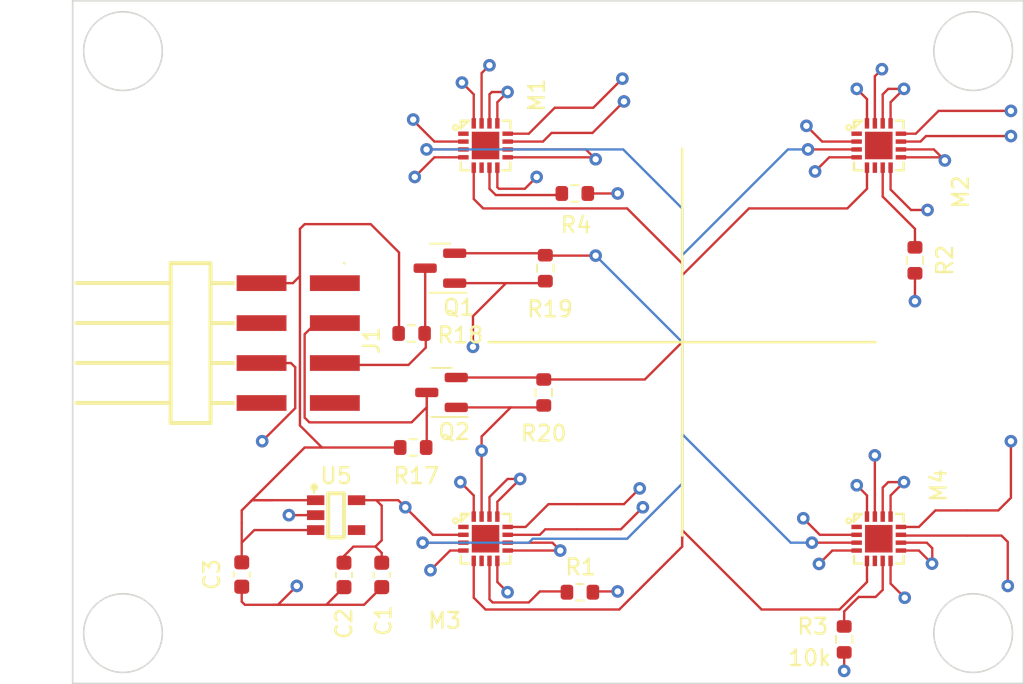
<source format=kicad_pcb>
(kicad_pcb (version 20221018) (generator pcbnew)
  (layers (0 "F.Cu" signal) (1 "In1.Cu" power "GND") (2 "In2.Cu" power "3V") (31 "B.Cu" signal) (34 "B.Paste" user) (35 "F.Paste" user) (36 "B.SilkS" user "B.Silkscreen") (37 "F.SilkS" user "F.Silkscreen") (38 "B.Mask" user) (39 "F.Mask" user) (44 "Edge.Cuts" user))
  (net 0 "")
  (net 1 "+3.3V")
  (net 2 "GND")
  (net 3 "VCC")
  (net 4 "SCL")
  (net 5 "SDA")
  (net 6 "SCL_3V")
  (net 7 "SDA_3V")
  (net 21 "Net-(M1-INT{slash}TRG)")
  (net 23 "Net-(M2-INT{slash}TRG)")
  (net 25 "Net-(M3-INT{slash}TRG)")
  (net 27 "Net-(M4-INT{slash}TRG)")
  (footprint "Resistor_SMD:R_0603_1608Metric" (layer "F.Cu") (at 172.8 131.4 90)
    (fp_text reference "R3" (at 0.825 -2) (layer "F.SilkS") (effects (font (thickness 0.155))))
    (fp_text value "10k" (at -1.175 -2.2) (layer "F.SilkS") (effects (font (thickness 0.155))))
    (pad "1" smd roundrect (at -0.825 0 90) (size 0.8 0.95) (layers "F.Cu" "F.Paste" "F.Mask") (net 2 "GND"))
    (pad "2" smd roundrect (at 0.825 0 90) (size 0.8 0.95) (layers "F.Cu" "F.Paste" "F.Mask") (net 27 "Net-(M4-INT{slash}TRG)"))
  )
  (footprint "Resistor_SMD:R_0603_1608Metric" (layer "F.Cu") (at 153.7 115.7 90)
    (fp_text reference "R20" (at -2.6 0 180) (layer "F.SilkS") (effects (font (thickness 0.155))))
    (fp_text value "10k" hide)
    (pad "1" smd roundrect (at -0.825 0 90) (size 0.8 0.95) (layers "F.Cu" "F.Paste" "F.Mask") (net 1 "+3.3V"))
    (pad "2" smd roundrect (at 0.825 0 90) (size 0.8 0.95) (layers "F.Cu" "F.Paste" "F.Mask") (net 7 "SDA_3V"))
  )
  (footprint "JLCPCB:SOT-25-5_L2.9-W1.6-P0.95-LS2.8-BL" (layer "F.Cu") (at 140.5 123.5 -90)
    (fp_text reference "U5" (at -2.5 0 180) (layer "F.SilkS") (effects (font (thickness 0.155))))
    (fp_text value "AP2112K-3.3")
    (pad "1" smd rect (at -0.949733 1.299975 270) (size 0.622301 1.104902) (layers "F.Cu" "F.Paste" "F.Mask") (net 3 "VCC"))
    (pad "2" smd rect (at -0.000533 1.299975 270) (size 0.622301 1.104902) (layers "F.Cu" "F.Paste" "F.Mask") (net 2 "GND"))
    (pad "3" smd rect (at 0.949682 1.299975 270) (size 0.622301 1.104902) (layers "F.Cu" "F.Paste" "F.Mask") (net 3 "VCC"))
    (pad "4" smd rect (at 0.949682 -1.299975 270) (size 0.622301 1.104902) (layers "F.Cu" "F.Paste" "F.Mask"))
    (pad "5" smd rect (at -0.949733 -1.299975 270) (size 0.622301 1.104902) (layers "F.Cu" "F.Paste" "F.Mask") (net 1 "+3.3V"))
  )
  (footprint "JLCPCB:HDR-SMD_8P-P2.54-H-M-R2-C4_2" (layer "F.Cu") (at 138.09 112.56 -90)
    (fp_text reference "J1" (at -0.16 -4.66 -90) (layer "F.SilkS") (effects (font (thickness 0.155))))
    (fp_text value "Conn_02x04_Odd_Even")
    (pad "1" smd rect (at -3.810008 -2.329845 270) (size 1 3.170003) (layers "F.Cu" "F.Paste" "F.Mask"))
    (pad "2" smd rect (at -3.810008 2.330048 270) (size 1 3.170003) (layers "F.Cu" "F.Paste" "F.Mask") (net 3 "VCC"))
    (pad "3" smd rect (at -1.270003 -2.329845 270) (size 1 3.170003) (layers "F.Cu" "F.Paste" "F.Mask") (net 5 "SDA"))
    (pad "4" smd rect (at -1.270003 2.330048 270) (size 1 3.170003) (layers "F.Cu" "F.Paste" "F.Mask"))
    (pad "5" smd rect (at 1.270003 -2.329845 270) (size 1 3.170003) (layers "F.Cu" "F.Paste" "F.Mask") (net 4 "SCL"))
    (pad "6" smd rect (at 1.270003 2.330048 270) (size 1 3.170003) (layers "F.Cu" "F.Paste" "F.Mask") (net 2 "GND"))
    (pad "7" smd rect (at 3.810008 -2.329845 270) (size 1 3.170003) (layers "F.Cu" "F.Paste" "F.Mask"))
    (pad "8" smd rect (at 3.810008 2.330048 270) (size 1 3.170003) (layers "F.Cu" "F.Paste" "F.Mask"))
  )
  (footprint "Package_TO_SOT_SMD:SOT-23" (layer "F.Cu") (at 147.2 115.7 180)
    (fp_text reference "Q2" (at -0.8 -2.5) (layer "F.SilkS") (effects (font (thickness 0.155))))
    (fp_text value "BSS138" hide)
    (pad "1" smd roundrect (at -0.9375 -0.95 180) (size 1.475 0.6) (layers "F.Cu" "F.Paste" "F.Mask") (net 1 "+3.3V"))
    (pad "2" smd roundrect (at -0.9375 0.95 180) (size 1.475 0.6) (layers "F.Cu" "F.Paste" "F.Mask") (net 7 "SDA_3V"))
    (pad "3" smd roundrect (at 0.9375 0 180) (size 1.475 0.6) (layers "F.Cu" "F.Paste" "F.Mask") (net 5 "SDA"))
  )
  (footprint "Capacitor_SMD:C_0603_1608Metric" (layer "F.Cu") (at 134.5 127.275 -90)
    (fp_text reference "C3" (at 0 1.9 90) (layer "F.SilkS") (effects (font (thickness 0.155))))
    (fp_text value "10uF" hide)
    (pad "1" smd roundrect (at -0.775 0 270) (size 0.9 0.95) (layers "F.Cu" "F.Paste" "F.Mask") (net 3 "VCC"))
    (pad "2" smd roundrect (at 0.775 0 270) (size 0.9 0.95) (layers "F.Cu" "F.Paste" "F.Mask") (net 2 "GND"))
  )
  (footprint "JLCPCB:QFN-16_L3.0-W3.0-P0.50-BL-EP1.7" (layer "F.Cu") (at 150 100 -90)
    (fp_text reference "M1" (at -3.2 -3.25 90) (layer "F.SilkS") (effects (font (thickness 0.155))))
    (fp_text value "~")
    (pad "1" smd rect locked (at -0.750064 1.407417 270) (size 0.28001 0.664999) (layers "F.Cu" "F.Paste" "F.Mask"))
    (pad "2" smd rect locked (at -0.249936 1.407417 270) (size 0.28001 0.664999) (layers "F.Cu" "F.Paste" "F.Mask") (net 1 "+3.3V"))
    (pad "3" smd rect locked (at 0.249936 1.407417 270) (size 0.28001 0.664999) (layers "F.Cu" "F.Paste" "F.Mask") (net 6 "SCL_3V"))
    (pad "4" smd rect locked (at 0.750064 1.407417 270) (size 0.28001 0.664999) (layers "F.Cu" "F.Paste" "F.Mask") (net 2 "GND"))
    (pad "5" smd rect locked (at 1.407417 0.750064 270) (size 0.664999 0.28001) (layers "F.Cu" "F.Paste" "F.Mask") (net 7 "SDA_3V"))
    (pad "6" smd rect locked (at 1.407417 0.249936 270) (size 0.664999 0.28001) (layers "F.Cu" "F.Paste" "F.Mask"))
    (pad "7" smd rect locked (at 1.407417 -0.249936 270) (size 0.664999 0.28001) (layers "F.Cu" "F.Paste" "F.Mask") (net 21 "Net-(M1-INT{slash}TRG)"))
    (pad "8" smd rect locked (at 1.407417 -0.750064 270) (size 0.664999 0.28001) (layers "F.Cu" "F.Paste" "F.Mask") (net 1 "+3.3V"))
    (pad "9" smd rect locked (at 0.750064 -1.407417 270) (size 0.28001 0.664999) (layers "F.Cu" "F.Paste" "F.Mask") (net 2 "GND"))
    (pad "10" smd rect locked (at 0.249936 -1.407417 270) (size 0.28001 0.664999) (layers "F.Cu" "F.Paste" "F.Mask") (net 2 "GND"))
    (pad "11" smd rect locked (at -0.249936 -1.407417 270) (size 0.28001 0.664999) (layers "F.Cu" "F.Paste" "F.Mask") (net 2 "GND"))
    (pad "12" smd rect locked (at -0.750064 -1.407417 270) (size 0.28001 0.664999) (layers "F.Cu" "F.Paste" "F.Mask") (net 2 "GND"))
    (pad "13" smd rect locked (at -1.407417 -0.750064 270) (size 0.664999 0.28001) (layers "F.Cu" "F.Paste" "F.Mask") (net 2 "GND"))
    (pad "14" smd rect locked (at -1.407417 -0.249936 270) (size 0.664999 0.28001) (layers "F.Cu" "F.Paste" "F.Mask") (net 2 "GND"))
    (pad "15" smd rect locked (at -1.407417 0.249936 270) (size 0.664999 0.28001) (layers "F.Cu" "F.Paste" "F.Mask") (net 1 "+3.3V"))
    (pad "16" smd rect locked (at -1.407417 0.750064 270) (size 0.664999 0.28001) (layers "F.Cu" "F.Paste" "F.Mask") (net 2 "GND"))
    (pad "17" smd rect locked (at 0 0 270) (size 1.750013 1.750013) (layers "F.Cu" "F.Paste" "F.Mask"))
  )
  (footprint "JLCPCB:QFN-16_L3.0-W3.0-P0.50-BL-EP1.7" (layer "F.Cu") (at 175 100 -90)
    (fp_text reference "M2" (at 2.95 -5.2 90) (layer "F.SilkS") (effects (font (thickness 0.155))))
    (fp_text value "~")
    (pad "1" smd rect locked (at -0.750064 1.407417 270) (size 0.28001 0.664999) (layers "F.Cu" "F.Paste" "F.Mask"))
    (pad "2" smd rect locked (at -0.249936 1.407417 270) (size 0.28001 0.664999) (layers "F.Cu" "F.Paste" "F.Mask") (net 1 "+3.3V"))
    (pad "3" smd rect locked (at 0.249936 1.407417 270) (size 0.28001 0.664999) (layers "F.Cu" "F.Paste" "F.Mask") (net 6 "SCL_3V"))
    (pad "4" smd rect locked (at 0.750064 1.407417 270) (size 0.28001 0.664999) (layers "F.Cu" "F.Paste" "F.Mask") (net 2 "GND"))
    (pad "5" smd rect locked (at 1.407417 0.750064 270) (size 0.664999 0.28001) (layers "F.Cu" "F.Paste" "F.Mask") (net 7 "SDA_3V"))
    (pad "6" smd rect locked (at 1.407417 0.249936 270) (size 0.664999 0.28001) (layers "F.Cu" "F.Paste" "F.Mask"))
    (pad "7" smd rect locked (at 1.407417 -0.249936 270) (size 0.664999 0.28001) (layers "F.Cu" "F.Paste" "F.Mask") (net 23 "Net-(M2-INT{slash}TRG)"))
    (pad "8" smd rect locked (at 1.407417 -0.750064 270) (size 0.664999 0.28001) (layers "F.Cu" "F.Paste" "F.Mask") (net 1 "+3.3V"))
    (pad "9" smd rect locked (at 0.750064 -1.407417 270) (size 0.28001 0.664999) (layers "F.Cu" "F.Paste" "F.Mask") (net 2 "GND"))
    (pad "10" smd rect locked (at 0.249936 -1.407417 270) (size 0.28001 0.664999) (layers "F.Cu" "F.Paste" "F.Mask") (net 2 "GND"))
    (pad "11" smd rect locked (at -0.249936 -1.407417 270) (size 0.28001 0.664999) (layers "F.Cu" "F.Paste" "F.Mask") (net 2 "GND"))
    (pad "12" smd rect locked (at -0.750064 -1.407417 270) (size 0.28001 0.664999) (layers "F.Cu" "F.Paste" "F.Mask") (net 1 "+3.3V"))
    (pad "13" smd rect locked (at -1.407417 -0.750064 270) (size 0.664999 0.28001) (layers "F.Cu" "F.Paste" "F.Mask") (net 2 "GND"))
    (pad "14" smd rect locked (at -1.407417 -0.249936 270) (size 0.664999 0.28001) (layers "F.Cu" "F.Paste" "F.Mask") (net 2 "GND"))
    (pad "15" smd rect locked (at -1.407417 0.249936 270) (size 0.664999 0.28001) (layers "F.Cu" "F.Paste" "F.Mask") (net 1 "+3.3V"))
    (pad "16" smd rect locked (at -1.407417 0.750064 270) (size 0.664999 0.28001) (layers "F.Cu" "F.Paste" "F.Mask") (net 2 "GND"))
    (pad "17" smd rect locked (at 0 0 270) (size 1.750013 1.750013) (layers "F.Cu" "F.Paste" "F.Mask"))
  )
  (footprint "Resistor_SMD:R_0603_1608Metric" (layer "F.Cu") (at 153.8 107.8 90)
    (fp_text reference "R19" (at -2.6 0.3 180) (layer "F.SilkS") (effects (font (thickness 0.155))))
    (fp_text value "10k" hide)
    (pad "1" smd roundrect (at -0.825 0 90) (size 0.8 0.95) (layers "F.Cu" "F.Paste" "F.Mask") (net 1 "+3.3V"))
    (pad "2" smd roundrect (at 0.825 0 90) (size 0.8 0.95) (layers "F.Cu" "F.Paste" "F.Mask") (net 6 "SCL_3V"))
  )
  (footprint "Resistor_SMD:R_0603_1608Metric" (layer "F.Cu") (at 156 128.4 180)
    (fp_text reference "R1" (at -0.05 1.6) (layer "F.SilkS") (effects (font (thickness 0.155))))
    (fp_text value "10k" hide)
    (pad "1" smd roundrect (at -0.825 0 180) (size 0.8 0.95) (layers "F.Cu" "F.Paste" "F.Mask") (net 2 "GND"))
    (pad "2" smd roundrect (at 0.825 0 180) (size 0.8 0.95) (layers "F.Cu" "F.Paste" "F.Mask") (net 25 "Net-(M3-INT{slash}TRG)"))
  )
  (footprint "Resistor_SMD:R_0603_1608Metric" (layer "F.Cu") (at 155.675 103.05 180)
    (fp_text reference "R4" (at -0.075 -2) (layer "F.SilkS") (effects (font (thickness 0.155))))
    (fp_text value "10k" hide)
    (pad "1" smd roundrect (at -0.825 0 180) (size 0.8 0.95) (layers "F.Cu" "F.Paste" "F.Mask") (net 2 "GND"))
    (pad "2" smd roundrect (at 0.825 0 180) (size 0.8 0.95) (layers "F.Cu" "F.Paste" "F.Mask") (net 21 "Net-(M1-INT{slash}TRG)"))
  )
  (footprint "Package_TO_SOT_SMD:SOT-23" (layer "F.Cu") (at 147.1 107.8 180)
    (fp_text reference "Q1" (at -1.2 -2.5) (layer "F.SilkS") (effects (font (thickness 0.155))))
    (fp_text value "BSS138" hide)
    (pad "1" smd roundrect (at -0.9375 -0.95 180) (size 1.475 0.6) (layers "F.Cu" "F.Paste" "F.Mask") (net 1 "+3.3V"))
    (pad "2" smd roundrect (at -0.9375 0.95 180) (size 1.475 0.6) (layers "F.Cu" "F.Paste" "F.Mask") (net 6 "SCL_3V"))
    (pad "3" smd roundrect (at 0.9375 0 180) (size 1.475 0.6) (layers "F.Cu" "F.Paste" "F.Mask") (net 4 "SCL"))
  )
  (footprint "JLCPCB:QFN-16_L3.0-W3.0-P0.50-BL-EP1.7" (layer "F.Cu") (at 175 125 -90)
    (fp_text reference "M4" (at -3.4 -3.8 90) (layer "F.SilkS") (effects (font (thickness 0.155))))
    (fp_text value "~")
    (pad "1" smd rect locked (at -0.750064 1.407417 270) (size 0.28001 0.664999) (layers "F.Cu" "F.Paste" "F.Mask"))
    (pad "2" smd rect locked (at -0.249936 1.407417 270) (size 0.28001 0.664999) (layers "F.Cu" "F.Paste" "F.Mask") (net 1 "+3.3V"))
    (pad "3" smd rect locked (at 0.249936 1.407417 270) (size 0.28001 0.664999) (layers "F.Cu" "F.Paste" "F.Mask") (net 6 "SCL_3V"))
    (pad "4" smd rect locked (at 0.750064 1.407417 270) (size 0.28001 0.664999) (layers "F.Cu" "F.Paste" "F.Mask") (net 2 "GND"))
    (pad "5" smd rect locked (at 1.407417 0.750064 270) (size 0.664999 0.28001) (layers "F.Cu" "F.Paste" "F.Mask") (net 7 "SDA_3V"))
    (pad "6" smd rect locked (at 1.407417 0.249936 270) (size 0.664999 0.28001) (layers "F.Cu" "F.Paste" "F.Mask"))
    (pad "7" smd rect locked (at 1.407417 -0.249936 270) (size 0.664999 0.28001) (layers "F.Cu" "F.Paste" "F.Mask") (net 27 "Net-(M4-INT{slash}TRG)"))
    (pad "8" smd rect locked (at 1.407417 -0.750064 270) (size 0.664999 0.28001) (layers "F.Cu" "F.Paste" "F.Mask") (net 1 "+3.3V"))
    (pad "9" smd rect locked (at 0.750064 -1.407417 270) (size 0.28001 0.664999) (layers "F.Cu" "F.Paste" "F.Mask") (net 2 "GND"))
    (pad "10" smd rect locked (at 0.249936 -1.407417 270) (size 0.28001 0.664999) (layers "F.Cu" "F.Paste" "F.Mask") (net 2 "GND"))
    (pad "11" smd rect locked (at -0.249936 -1.407417 270) (size 0.28001 0.664999) (layers "F.Cu" "F.Paste" "F.Mask") (net 1 "+3.3V"))
    (pad "12" smd rect locked (at -0.750064 -1.407417 270) (size 0.28001 0.664999) (layers "F.Cu" "F.Paste" "F.Mask") (net 1 "+3.3V"))
    (pad "13" smd rect locked (at -1.407417 -0.750064 270) (size 0.664999 0.28001) (layers "F.Cu" "F.Paste" "F.Mask") (net 2 "GND"))
    (pad "14" smd rect locked (at -1.407417 -0.249936 270) (size 0.664999 0.28001) (layers "F.Cu" "F.Paste" "F.Mask") (net 2 "GND"))
    (pad "15" smd rect locked (at -1.407417 0.249936 270) (size 0.664999 0.28001) (layers "F.Cu" "F.Paste" "F.Mask") (net 1 "+3.3V"))
    (pad "16" smd rect locked (at -1.407417 0.750064 270) (size 0.664999 0.28001) (layers "F.Cu" "F.Paste" "F.Mask") (net 2 "GND"))
    (pad "17" smd rect locked (at 0 0 270) (size 1.750013 1.750013) (layers "F.Cu" "F.Paste" "F.Mask"))
  )
  (footprint "Resistor_SMD:R_0603_1608Metric" (layer "F.Cu") (at 145.3 111.95)
    (fp_text reference "R18" (at 3.1 0.1) (layer "F.SilkS") (effects (font (thickness 0.155))))
    (fp_text value "10k" hide)
    (pad "1" smd roundrect (at -0.825 0) (size 0.8 0.95) (layers "F.Cu" "F.Paste" "F.Mask") (net 3 "VCC"))
    (pad "2" smd roundrect (at 0.825 0) (size 0.8 0.95) (layers "F.Cu" "F.Paste" "F.Mask") (net 4 "SCL"))
  )
  (footprint "Capacitor_SMD:C_0603_1608Metric" (layer "F.Cu") (at 143.4 127.3 -90)
    (fp_text reference "C1" (at 2.9 -0.1 90) (layer "F.SilkS") (effects (font (thickness 0.155))))
    (fp_text value "10uF" hide)
    (pad "1" smd roundrect (at -0.775 0 270) (size 0.9 0.95) (layers "F.Cu" "F.Paste" "F.Mask") (net 1 "+3.3V"))
    (pad "2" smd roundrect (at 0.775 0 270) (size 0.9 0.95) (layers "F.Cu" "F.Paste" "F.Mask") (net 2 "GND"))
  )
  (footprint "Capacitor_SMD:C_0603_1608Metric" (layer "F.Cu") (at 141 127.3 -90)
    (fp_text reference "C2" (at 3.1 0 90) (layer "F.SilkS") (effects (font (thickness 0.155))))
    (fp_text value "0.1uF" hide)
    (pad "1" smd roundrect (at -0.775 0 270) (size 0.9 0.95) (layers "F.Cu" "F.Paste" "F.Mask") (net 1 "+3.3V"))
    (pad "2" smd roundrect (at 0.775 0 270) (size 0.9 0.95) (layers "F.Cu" "F.Paste" "F.Mask") (net 2 "GND"))
  )
  (footprint "Resistor_SMD:R_0603_1608Metric" (layer "F.Cu") (at 145.4 119.2)
    (fp_text reference "R17" (at 0.2 1.8) (layer "F.SilkS") (effects (font (thickness 0.155))))
    (fp_text value "10k" hide)
    (pad "1" smd roundrect (at -0.825 0) (size 0.8 0.95) (layers "F.Cu" "F.Paste" "F.Mask") (net 3 "VCC"))
    (pad "2" smd roundrect (at 0.825 0) (size 0.8 0.95) (layers "F.Cu" "F.Paste" "F.Mask") (net 5 "SDA"))
  )
  (footprint "Resistor_SMD:R_0603_1608Metric" (layer "F.Cu") (at 177.3 107.3 90)
    (fp_text reference "R2" (at 0 1.9 90) (layer "F.SilkS") (effects (font (thickness 0.155))))
    (fp_text value "10k" hide)
    (pad "1" smd roundrect (at -0.825 0 90) (size 0.8 0.95) (layers "F.Cu" "F.Paste" "F.Mask") (net 2 "GND"))
    (pad "2" smd roundrect (at 0.825 0 90) (size 0.8 0.95) (layers "F.Cu" "F.Paste" "F.Mask") (net 23 "Net-(M2-INT{slash}TRG)"))
  )
  (footprint "JLCPCB:QFN-16_L3.0-W3.0-P0.50-BL-EP1.7" (layer "F.Cu") (at 150 125 -90)
    (fp_text reference "M3" (at 5.2 2.6 180) (layer "F.SilkS") (effects (font (thickness 0.155))))
    (fp_text value "~")
    (pad "1" smd rect locked (at -0.750064 1.407417 270) (size 0.28001 0.664999) (layers "F.Cu" "F.Paste" "F.Mask"))
    (pad "2" smd rect locked (at -0.249936 1.407417 270) (size 0.28001 0.664999) (layers "F.Cu" "F.Paste" "F.Mask") (net 1 "+3.3V"))
    (pad "3" smd rect locked (at 0.249936 1.407417 270) (size 0.28001 0.664999) (layers "F.Cu" "F.Paste" "F.Mask") (net 6 "SCL_3V"))
    (pad "4" smd rect locked (at 0.750064 1.407417 270) (size 0.28001 0.664999) (layers "F.Cu" "F.Paste" "F.Mask") (net 2 "GND"))
    (pad "5" smd rect locked (at 1.407417 0.750064 270) (size 0.664999 0.28001) (layers "F.Cu" "F.Paste" "F.Mask") (net 7 "SDA_3V"))
    (pad "6" smd rect locked (at 1.407417 0.249936 270) (size 0.664999 0.28001) (layers "F.Cu" "F.Paste" "F.Mask"))
    (pad "7" smd rect locked (at 1.407417 -0.249936 270) (size 0.664999 0.28001) (layers "F.Cu" "F.Paste" "F.Mask") (net 25 "Net-(M3-INT{slash}TRG)"))
    (pad "8" smd rect locked (at 1.407417 -0.750064 270) (size 0.664999 0.28001) (layers "F.Cu" "F.Paste" "F.Mask") (net 1 "+3.3V"))
    (pad "9" smd rect locked (at 0.750064 -1.407417 270) (size 0.28001 0.664999) (layers "F.Cu" "F.Paste" "F.Mask") (net 2 "GND"))
    (pad "10" smd rect locked (at 0.249936 -1.407417 270) (size 0.28001 0.664999) (layers "F.Cu" "F.Paste" "F.Mask") (net 2 "GND"))
    (pad "11" smd rect locked (at -0.249936 -1.407417 270) (size 0.28001 0.664999) (layers "F.Cu" "F.Paste" "F.Mask") (net 1 "+3.3V"))
    (pad "12" smd rect locked (at -0.750064 -1.407417 270) (size 0.28001 0.664999) (layers "F.Cu" "F.Paste" "F.Mask") (net 2 "GND"))
    (pad "13" smd rect locked (at -1.407417 -0.750064 270) (size 0.664999 0.28001) (layers "F.Cu" "F.Paste" "F.Mask") (net 2 "GND"))
    (pad "14" smd rect locked (at -1.407417 -0.249936 270) (size 0.664999 0.28001) (layers "F.Cu" "F.Paste" "F.Mask") (net 2 "GND"))
    (pad "15" smd rect locked (at -1.407417 0.249936 270) (size 0.664999 0.28001) (layers "F.Cu" "F.Paste" "F.Mask") (net 1 "+3.3V"))
    (pad "16" smd rect locked (at -1.407417 0.750064 270) (size 0.664999 0.28001) (layers "F.Cu" "F.Paste" "F.Mask") (net 2 "GND"))
    (pad "17" smd rect locked (at 0 0 270) (size 1.750013 1.750013) (layers "F.Cu" "F.Paste" "F.Mask"))
  )
  (gr_line (start 150.2 112.5) (end 174.8 112.5) (stroke (width 0.153)) (layer "F.SilkS"))
  (gr_line (start 162.5 100.2) (end 162.5 124.8) (stroke (width 0.153)) (layer "F.SilkS"))
  (gr_rect (start 123.75 90.8) (end 184.2 134.2) (stroke (width 0.1)) (fill none) (layer "Edge.Cuts"))
  (gr_circle (center 126.95 94) (end 129.45 94) (stroke (width 0.1)) (fill none) (layer "Edge.Cuts"))
  (gr_circle (center 181 131) (end 183.5 131) (stroke (width 0.1)) (fill none) (layer "Edge.Cuts"))
  (gr_circle (center 126.95 131) (end 129.45 131) (stroke (width 0.1)) (fill none) (layer "Edge.Cuts"))
  (gr_circle (center 181 94) (end 183.5 94) (stroke (width 0.1)) (fill none) (layer "Edge.Cuts"))
  (segment (start 143.05 122.55) (end 144.45 122.55) (width 0.15) (layer "F.Cu") (net 1))
  (segment (start 176.435 99.25) (end 177.35 99.25) (width 0.15) (layer "F.Cu") (net 1))
  (segment (start 150.75 102.65) (end 150.85 102.75) (width 0.15) (layer "F.Cu") (net 1))
  (segment (start 175.75 102.8) (end 177.05 104.1) (width 0.15) (layer "F.Cu") (net 1))
  (segment (start 150.75 127.75) (end 151.4 128.4) (width 0.15) (layer "F.Cu") (net 1))
  (segment (start 141.6375 122.55) (end 143.05 122.55) (width 0.15) (layer "F.Cu") (net 1))
  (segment (start 153.45 124.75) (end 153.8 124.4) (width 0.15) (layer "F.Cu") (net 1))
  (segment (start 173.565 124.75) (end 171.25 124.75) (width 0.15) (layer "F.Cu") (net 1))
  (segment (start 150.75 126.435) (end 150.75 127.75) (width 0.15) (layer "F.Cu") (net 1))
  (segment (start 148.565 124.75) (end 146.65 124.75) (width 0.15) (layer "F.Cu") (net 1))
  (segment (start 141.6 125.5) (end 141 126.1) (width 0.15) (layer "F.Cu") (net 1))
  (segment (start 171.25 124.75) (end 170.2 123.7) (width 0.15) (layer "F.Cu") (net 1))
  (segment (start 143.4 125.1) (end 143 125.5) (width 0.15) (layer "F.Cu") (net 1))
  (segment (start 152.5 102.75) (end 153.25 102) (width 0.15) (layer "F.Cu") (net 1))
  (segment (start 151.6 116.65) (end 153.575 116.65) (width 0.15) (layer "F.Cu") (net 1))
  (segment (start 158.6 124.4) (end 155.8 124.4) (width 0.15) (layer "F.Cu") (net 1))
  (segment (start 143 125.5) (end 143.4 125.9) (width 0.15) (layer "F.Cu") (net 1))
  (segment (start 149.2 110.85) (end 149.2 112.8) (width 0.15) (layer "F.Cu") (net 1))
  (segment (start 143.4 125.9) (end 143.4 126.525) (width 0.15) (layer "F.Cu") (net 1))
  (segment (start 177.55 124.25) (end 178.6 123.2) (width 0.15) (layer "F.Cu") (net 1))
  (segment (start 175.75 126.435) (end 175.75 127.85) (width 0.15) (layer "F.Cu") (net 1))
  (segment (start 149.75 119.4) (end 149.75 118.5) (width 0.15) (layer "F.Cu") (net 1))
  (segment (start 150.75 101.435) (end 150.75 102.65) (width 0.15) (layer "F.Cu") (net 1))
  (segment (start 143.4 122.9) (end 143.4 125.1) (width 0.15) (layer "F.Cu") (net 1))
  (segment (start 177.35 99.25) (end 178.8 97.8) (width 0.15) (layer "F.Cu") (net 1))
  (segment (start 146.65 124.75) (end 144.9 123) (width 0.15) (layer "F.Cu") (net 1))
  (segment (start 145.4 98.4) (end 145.4 98.35) (width 0.15) (layer "F.Cu") (net 1))
  (segment (start 149.75 123.565) (end 149.75 119.4) (width 0.15) (layer "F.Cu") (net 1))
  (segment (start 178.6 123.2) (end 180.6 123.2) (width 0.15) (layer "F.Cu") (net 1))
  (segment (start 153.8 124.4) (end 155.8 124.4) (width 0.15) (layer "F.Cu") (net 1))
  (segment (start 151.3 108.75) (end 149.2 110.85) (width 0.15) (layer "F.Cu") (net 1))
  (segment (start 144.45 122.55) (end 144.9 123) (width 0.15) (layer "F.Cu") (net 1))
  (segment (start 149.75 95.4) (end 149.75 98.565) (width 0.15) (layer "F.Cu") (net 1))
  (segment (start 175.75 101.435) (end 175.75 102.8) (width 0.15) (layer "F.Cu") (net 1))
  (segment (start 178.8 97.8) (end 179.8 97.8) (width 0.15) (layer "F.Cu") (net 1))
  (segment (start 148.565 99.75) (end 146.75 99.75) (width 0.15) (layer "F.Cu") (net 1))
  (segment (start 174.75 98.565) (end 174.75 95.6) (width 0.15) (layer "F.Cu") (net 1))
  (segment (start 173.565 99.75) (end 171.4 99.75) (width 0.15) (layer "F.Cu") (net 1))
  (segment (start 175.75 127.85) (end 176.65 128.75) (width 0.15) (layer "F.Cu") (net 1))
  (segment (start 146.75 99.75) (end 145.4 98.4) (width 0.15) (layer "F.Cu") (net 1))
  (segment (start 153.675 108.75) (end 153.8 108.625) (width 0.15) (layer "F.Cu") (net 1))
  (segment (start 176.435 124.75) (end 176.485 124.8) (width 0.15) (layer "F.Cu") (net 1))
  (segment (start 143 125.5) (end 141.6 125.5) (width 0.15) (layer "F.Cu") (net 1))
  (segment (start 148.1375 116.65) (end 151.6 116.65) (width 0.15) (layer "F.Cu") (net 1))
  (segment (start 141 126.1) (end 141 126.525) (width 0.15) (layer "F.Cu") (net 1))
  (segment (start 150.85 102.75) (end 152.5 102.75) (width 0.15) (layer "F.Cu") (net 1))
  (segment (start 174.75 95.6) (end 175.2 95.15) (width 0.15) (layer "F.Cu") (net 1))
  (segment (start 182.6 123.2) (end 180.6 123.2) (width 0.15) (layer "F.Cu") (net 1))
  (segment (start 183.4 118.8) (end 183.4 122.4) (width 0.15) (layer "F.Cu") (net 1))
  (segment (start 149.75 118.5) (end 151.6 116.65) (width 0.15) (layer "F.Cu") (net 1))
  (segment (start 143.05 122.55) (end 143.4 122.9) (width 0.15) (layer "F.Cu") (net 1))
  (segment (start 176.435 124.25) (end 177.55 124.25) (width 0.15) (layer "F.Cu") (net 1))
  (segment (start 183.2 128) (end 183.2 125.2) (width 0.15) (layer "F.Cu") (net 1))
  (segment (start 171.4 99.75) (end 170.4 98.75) (width 0.15) (layer "F.Cu") (net 1))
  (segment (start 183.4 122.4) (end 182.6 123.2) (width 0.15) (layer "F.Cu") (net 1))
  (segment (start 182.8 97.8) (end 183.4 97.8) (width 0.15) (layer "F.Cu") (net 1))
  (segment (start 174.75 123.565) (end 174.75 119.7) (width 0.15) (layer "F.Cu") (net 1))
  (segment (start 153.575 116.65) (end 153.7 116.525) (width 0.15) (layer "F.Cu") (net 1))
  (segment (start 176.485 124.8) (end 180.6 124.8) (width 0.15) (layer "F.Cu") (net 1))
  (segment (start 179.8 97.8) (end 182.8 97.8) (width 0.15) (layer "F.Cu") (net 1))
  (segment (start 177.05 104.1) (end 178.1 104.1) (width 0.15) (layer "F.Cu") (net 1))
  (segment (start 160 123) (end 158.6 124.4) (width 0.15) (layer "F.Cu") (net 1))
  (segment (start 183.2 125.2) (end 182.8 124.8) (width 0.15) (layer "F.Cu") (net 1))
  (segment (start 151.435 124.75) (end 153.45 124.75) (width 0.15) (layer "F.Cu") (net 1))
  (segment (start 148.0375 108.75) (end 151.3 108.75) (width 0.15) (layer "F.Cu") (net 1))
  (segment (start 150.25 94.9) (end 149.75 95.4) (width 0.15) (layer "F.Cu") (net 1))
  (segment (start 182.8 124.8) (end 180.6 124.8) (width 0.15) (layer "F.Cu") (net 1))
  (segment (start 151.3 108.75) (end 153.675 108.75) (width 0.15) (layer "F.Cu") (net 1))
  (via (at 170.4 98.75) (size 0.8) (drill 0.4) (layers "F.Cu" "B.Cu") (net 1))
  (via (at 144.9 123) (size 0.8) (drill 0.4) (layers "F.Cu" "B.Cu") (net 1))
  (via (at 174.75 119.7) (size 0.8) (drill 0.4) (layers "F.Cu" "B.Cu") (net 1))
  (via (at 175.2 95.15) (size 0.8) (drill 0.4) (layers "F.Cu" "B.Cu") (net 1))
  (via (at 145.4 98.35) (size 0.8) (drill 0.4) (layers "F.Cu" "B.Cu") (net 1))
  (via (at 150.25 94.9) (size 0.8) (drill 0.4) (layers "F.Cu" "B.Cu") (net 1))
  (via (at 149.2 112.8) (size 0.8) (drill 0.4) (layers "F.Cu" "B.Cu") (net 1))
  (via (at 160 123) (size 0.8) (drill 0.4) (layers "F.Cu" "B.Cu") (net 1))
  (via (at 151.4 128.4) (size 0.8) (drill 0.4) (layers "F.Cu" "B.Cu") (net 1))
  (via (at 178.1 104.1) (size 0.8) (drill 0.4) (layers "F.Cu" "B.Cu") (net 1))
  (via (at 149.75 119.4) (size 0.8) (drill 0.4) (layers "F.Cu" "B.Cu") (net 1))
  (via (at 153.25 102) (size 0.8) (drill 0.4) (layers "F.Cu" "B.Cu") (net 1))
  (via (at 183.4 118.8) (size 0.8) (drill 0.4) (layers "F.Cu" "B.Cu") (net 1))
  (via (at 183.2 128) (size 0.8) (drill 0.4) (layers "F.Cu" "B.Cu") (net 1))
  (via (at 183.4 97.8) (size 0.8) (drill 0.4) (layers "F.Cu" "B.Cu") (net 1))
  (via (at 170.2 123.7) (size 0.8) (drill 0.4) (layers "F.Cu" "B.Cu") (net 1))
  (via (at 176.65 128.75) (size 0.8) (drill 0.4) (layers "F.Cu" "B.Cu") (net 1))
  (segment (start 177.55 125.75) (end 178.4 126.6) (width 0.15) (layer "F.Cu") (net 2))
  (segment (start 156.3755 100.25) (end 153.8 100.25) (width 0.15) (layer "F.Cu") (net 2))
  (segment (start 149.25 123.565) (end 149.25 122.25) (width 0.15) (layer "F.Cu") (net 2))
  (segment (start 156.85 97.6) (end 154.4 97.6) (width 0.15) (layer "F.Cu") (net 2))
  (segment (start 148.565 125.75) (end 147.75 125.75) (width 0.15) (layer "F.Cu") (net 2))
  (segment (start 171.85 100.75) (end 170.95 101.65) (width 0.15) (layer "F.Cu") (net 2))
  (segment (start 175.25 98.565) (end 175.25 96.75) (width 0.15) (layer "F.Cu") (net 2))
  (segment (start 139.3625 123.5) (end 137.5 123.5) (width 0.15) (layer "F.Cu") (net 2))
  (segment (start 154.2 99.2) (end 153.65 99.75) (width 0.15) (layer "F.Cu") (net 2))
  (segment (start 153.65 99.75) (end 151.435 99.75) (width 0.15) (layer "F.Cu") (net 2))
  (segment (start 150.25 122.35) (end 151.4 121.2) (width 0.15) (layer "F.Cu") (net 2))
  (segment (start 176.435 125.75) (end 177.55 125.75) (width 0.15) (layer "F.Cu") (net 2))
  (segment (start 150.75 98.565) (end 150.75 97.25) (width 0.15) (layer "F.Cu") (net 2))
  (segment (start 173.565 125.75) (end 172.05 125.75) (width 0.15) (layer "F.Cu") (net 2))
  (segment (start 172.8 132.225) (end 172.8 133.4) (width 0.15) (layer "F.Cu") (net 2))
  (segment (start 158.8 97.2) (end 156.8 99.2) (width 0.15) (layer "F.Cu") (net 2))
  (segment (start 150.4 96.6) (end 151.4 96.6) (width 0.15) (layer "F.Cu") (net 2))
  (segment (start 175.75 123.565) (end 175.75 122.25) (width 0.15) (layer "F.Cu") (net 2))
  (segment (start 178.4 126.566822) (end 178.383411 126.583411) (width 0.15) (layer "F.Cu") (net 2))
  (segment (start 150.25 98.565) (end 150.25 96.75) (width 0.15) (layer "F.Cu") (net 2))
  (segment (start 177.3 108.3) (end 177.3 109.9) (width 0.15) (layer "F.Cu") (net 2))
  (segment (start 137.9 114.1) (end 137.63 113.83) (width 0.15) (layer "F.Cu") (net 2))
  (segment (start 149.25 122.25) (end 148.4 121.4) (width 0.15) (layer "F.Cu") (net 2))
  (segment (start 151.435 124.25) (end 152.55 124.25) (width 0.15) (layer "F.Cu") (net 2))
  (segment (start 174.25 97.05) (end 173.6 96.4) (width 0.15) (layer "F.Cu") (net 2))
  (segment (start 135.8 118.8) (end 137.9 116.7) (width 0.15) (layer "F.Cu") (net 2))
  (segment (start 142.275 129.2) (end 143.4 128.075) (width 0.15) (layer "F.Cu") (net 2))
  (segment (start 154.75 125.75) (end 151.435 125.75) (width 0.15) (layer "F.Cu") (net 2))
  (segment (start 154.25 125.25) (end 151.435 125.25) (width 0.15) (layer "F.Cu") (net 2))
  (segment (start 156.8 99.2) (end 154.2 99.2) (width 0.15) (layer "F.Cu") (net 2))
  (segment (start 157 100.8745) (end 156.8755 100.75) (width 0.15) (layer "F.Cu") (net 2))
  (segment (start 176.435 125.25) (end 178.05 125.25) (width 0.15) (layer "F.Cu") (net 2))
  (segment (start 148.565 100.75) (end 146.75 100.75) (width 0.15) (layer "F.Cu") (net 2))
  (segment (start 139.875 129.2) (end 142.275 129.2) (width 0.15) (layer "F.Cu") (net 2))
  (segment (start 137.9 116.7) (end 137.9 114.1) (width 0.15) (layer "F.Cu") (net 2))
  (segment (start 158.4 103.05) (end 156.5 103.05) (width 0.15) (layer "F.Cu") (net 2))
  (segment (start 158.4 128.35) (end 156.775 128.35) (width 0.15) (layer "F.Cu") (net 2))
  (segment (start 178 99.4) (end 179.8 99.4) (width 0.15) (layer "F.Cu") (net 2))
  (segment (start 149.25 96.75) (end 148.5 96) (width 0.15) (layer "F.Cu") (net 2))
  (segment (start 155.8 122.8) (end 158.8 122.8) (width 0.15) (layer "F.Cu") (net 2))
  (segment (start 151.435 100.25) (end 153.8 100.25) (width 0.15) (layer "F.Cu") (net 2))
  (segment (start 146.75 100.75) (end 145.5 102) (width 0.15) (layer "F.Cu") (net 2))
  (segment (start 134.5 129) (end 134.5 128.05) (width 0.15) (layer "F.Cu") (net 2))
  (segment (start 136.5 129.2) (end 134.7 129.2) (width 0.15) (layer "F.Cu") (net 2))
  (segment (start 175.25 121.75) (end 175.6 121.4) (width 0.15) (layer "F.Cu") (net 2))
  (segment (start 139.875 129.2) (end 141 128.075) (width 0.15) (layer "F.Cu") (net 2))
  (segment (start 175.25 96.75) (end 175.6 96.4) (width 0.15) (layer "F.Cu") (net 2))
  (segment (start 175.75 122.25) (end 176.6 121.4) (width 0.15) (layer "F.Cu") (net 2))
  (segment (start 150.75 97.25) (end 151.4 96.6) (width 0.15) (layer "F.Cu") (net 2))
  (segment (start 175.25 123.565) (end 175.25 121.75) (width 0.15) (layer "F.Cu") (net 2))
  (segment (start 152.2 121.2) (end 150.75 122.65) (width 0.15) (layer "F.Cu") (net 2))
  (segment (start 152.55 124.25) (end 154 122.8) (width 0.15) (layer "F.Cu") (net 2))
  (segment (start 150.25 96.75) (end 150.4 96.6) (width 0.15) (layer "F.Cu") (net 2))
  (segment (start 134.7 129.2) (end 134.5 129) (width 0.15) (layer "F.Cu") (net 2))
  (segment (start 175.6 121.4) (end 176.6 121.4) (width 0.15) (layer "F.Cu") (net 2))
  (segment (start 154.4 97.6) (end 152.75 99.25) (width 0.15) (layer "F.Cu") (net 2))
  (segment (start 154.75 125.75) (end 154.25 125.25) (width 0.15) (layer "F.Cu") (net 2))
  (segment (start 175.75 97.25) (end 176.6 96.4) (width 0.15) (layer "F.Cu") (net 2))
  (segment (start 175.75 98.565) (end 175.75 97.25) (width 0.15) (layer "F.Cu") (net 2))
  (segment (start 176.435 100.25) (end 178.5 100.25) (width 0.15) (layer "F.Cu") (net 2))
  (segment (start 137.63 113.83) (end 135.55 113.83) (width 0.15) (layer "F.Cu") (net 2))
  (segment (start 158.7 95.75) (end 156.85 97.6) (width 0.15) (layer "F.Cu") (net 2))
  (segment (start 176.435 99.75) (end 177.65 99.75) (width 0.15) (layer "F.Cu") (net 2))
  (segment (start 139.875 129.2) (end 136.5 129.2) (width 0.15) (layer "F.Cu") (net 2))
  (segment (start 158.8 122.8) (end 159.8 121.8) (width 0.15) (layer "F.Cu") (net 2))
  (segment (start 179.8 99.4) (end 183.4 99.4) (width 0.15) (layer "F.Cu") (net 2))
  (segment (start 173.565 100.75) (end 171.85 100.75) (width 0.15) (layer "F.Cu") (net 2))
  (segment (start 152.75 99.25) (end 151.435 99.25) (width 0.15) (layer "F.Cu") (net 2))
  (segment (start 176.435 100.75) (end 179 100.75) (width 0.15) (layer "F.Cu") (net 2))
  (segment (start 154 122.8) (end 155.8 122.8) (width 0.15) (layer "F.Cu") (net 2))
  (segment (start 151.4 121.2) (end 152.2 121.2) (width 0.15) (layer "F.Cu") (net 2))
  (segment (start 136.8 129.2) (end 138 128) (width 0.15) (layer "F.Cu") (net 2))
  (segment (start 174.25 123.565) (end 174.25 122.25) (width 0.15) (layer "F.Cu") (net 2))
  (segment (start 178.4 126.6) (end 178.383411 126.583411) (width 0.15) (layer "F.Cu") (net 2))
  (segment (start 175.6 96.4) (end 176.6 96.4) (width 0.15) (layer "F.Cu") (net 2))
  (segment (start 150.25 123.565) (end 150.25 122.35) (width 0.15) (layer "F.Cu") (net 2))
  (segment (start 179 100.75) (end 179.2 100.95) (width 0.15) (layer "F.Cu") (net 2))
  (segment (start 177.65 99.75) (end 178 99.4) (width 0.15) (layer "F.Cu") (net 2))
  (segment (start 178.5 100.25) (end 179.2 100.95) (width 0.15) (layer "F.Cu") (net 2))
  (segment (start 174.25 122.25) (end 173.6 121.6) (width 0.15) (layer "F.Cu") (net 2))
  (segment (start 178.05 125.25) (end 178.4 125.6) (width 0.15) (layer "F.Cu") (net 2))
  (segment (start 174.25 98.565) (end 174.25 97.05) (width 0.15) (layer "F.Cu") (net 2))
  (segment (start 150.75 122.65) (end 150.75 123.565) (width 0.15) (layer "F.Cu") (net 2))
  (segment (start 157 100.8745) (end 156.3755 100.25) (width 0.15) (layer "F.Cu") (net 2))
  (segment (start 178.4 125.6) (end 178.4 126.566822) (width 0.15) (layer "F.Cu") (net 2))
  (segment (start 149.25 98.565) (end 149.25 96.75) (width 0.15) (layer "F.Cu") (net 2))
  (segment (start 147.75 125.75) (end 146.5 127) (width 0.15) (layer "F.Cu") (net 2))
  (segment (start 172.05 125.75) (end 171.2 126.6) (width 0.15) (layer "F.Cu") (net 2))
  (segment (start 156.8755 100.75) (end 151.435 100.75) (width 0.15) (layer "F.Cu") (net 2))
  (segment (start 136.5 129.2) (end 136.8 129.2) (width 0.15) (layer "F.Cu") (net 2))
  (via (at 158.8 97.2) (size 0.8) (drill 0.4) (layers "F.Cu" "B.Cu") (net 2))
  (via (at 154.75 125.75) (size 0.8) (drill 0.4) (layers "F.Cu" "B.Cu") (net 2))
  (via (at 172.8 133.4) (size 0.8) (drill 0.4) (layers "F.Cu" "B.Cu") (net 2))
  (via (at 158.4 103.05) (size 0.8) (drill 0.4) (layers "F.Cu" "B.Cu") (net 2))
  (via (at 146.5 127) (size 0.8) (drill 0.4) (layers "F.Cu" "B.Cu") (net 2))
  (via (at 183.4 99.4) (size 0.8) (drill 0.4) (layers "F.Cu" "B.Cu") (net 2))
  (via (at 177.3 109.9) (size 0.8) (drill 0.4) (layers "F.Cu" "B.Cu") (net 2))
  (via (at 176.6 96.4) (size 0.8) (drill 0.4) (layers "F.Cu" "B.Cu") (net 2))
  (via (at 152.2 121.2) (size 0.8) (drill 0.4) (layers "F.Cu" "B.Cu") (net 2))
  (via (at 171.2 126.6) (size 0.8) (drill 0.4) (layers "F.Cu" "B.Cu") (net 2))
  (via (at 138 128) (size 0.8) (drill 0.4) (layers "F.Cu" "B.Cu") (net 2))
  (via (at 151.4 96.6) (size 0.8) (drill 0.4) (layers "F.Cu" "B.Cu") (net 2))
  (via (at 145.5 102) (size 0.8) (drill 0.4) (layers "F.Cu" "B.Cu") (net 2))
  (via (at 170.95 101.65) (size 0.8) (drill 0.4) (layers "F.Cu" "B.Cu") (net 2))
  (via (at 178.383411 126.583411) (size 0.8) (drill 0.4) (layers "F.Cu" "B.Cu") (net 2))
  (via (at 137.5 123.5) (size 0.8) (drill 0.4) (layers "F.Cu" "B.Cu") (net 2))
  (via (at 158.7 95.75) (size 0.8) (drill 0.4) (layers "F.Cu" "B.Cu") (net 2))
  (via (at 159.8 121.8) (size 0.8) (drill 0.4) (layers "F.Cu" "B.Cu") (net 2))
  (via (at 173.6 96.4) (size 0.8) (drill 0.4) (layers "F.Cu" "B.Cu") (net 2))
  (via (at 179.2 100.95) (size 0.8) (drill 0.4) (layers "F.Cu" "B.Cu") (net 2))
  (via (at 157 100.8745) (size 0.8) (drill 0.4) (layers "F.Cu" "B.Cu") (net 2))
  (via (at 176.6 121.4) (size 0.8) (drill 0.4) (layers "F.Cu" "B.Cu") (net 2))
  (via (at 158.4 128.35) (size 0.8) (drill 0.4) (layers "F.Cu" "B.Cu") (net 2))
  (via (at 148.5 96) (size 0.8) (drill 0.4) (layers "F.Cu" "B.Cu") (net 2))
  (via (at 135.8 118.8) (size 0.8) (drill 0.4) (layers "F.Cu" "B.Cu") (net 2))
  (via (at 173.6 121.6) (size 0.8) (drill 0.4) (layers "F.Cu" "B.Cu") (net 2))
  (via (at 148.4 121.4) (size 0.8) (drill 0.4) (layers "F.Cu" "B.Cu") (net 2))
  (segment (start 144.5 111.925) (end 144.475 111.95) (width 0.15) (layer "F.Cu") (net 3))
  (segment (start 134.5 123.2) (end 135.05 122.65) (width 0.15) (layer "F.Cu") (net 3))
  (segment (start 139.6 119.2) (end 138.5 119.2) (width 0.15) (layer "F.Cu") (net 3))
  (segment (start 134.5 126.5) (end 134.5 125.3) (width 0.15) (layer "F.Cu") (net 3))
  (segment (start 135.55 108.75) (end 137.75 108.75) (width 0.15) (layer "F.Cu") (net 3))
  (segment (start 134.5 124) (end 134.5 123.3) (width 0.15) (layer "F.Cu") (net 3))
  (segment (start 138.2 105.3) (end 138.5 105) (width 0.15) (layer "F.Cu") (net 3))
  (segment (start 139.200025 124.449682) (end 135.300318 124.449682) (width 0.15) (layer "F.Cu") (net 3))
  (segment (start 144.575 119.2) (end 139.6 119.2) (width 0.15) (layer "F.Cu") (net 3))
  (segment (start 138.5 119.2) (end 135.05 122.65) (width 0.15) (layer "F.Cu") (net 3))
  (segment (start 138.5 105) (end 142.7 105) (width 0.15) (layer "F.Cu") (net 3))
  (segment (start 136.45 122.55) (end 135.15 122.55) (width 0.15) (layer "F.Cu") (net 3))
  (segment (start 135.15 122.55) (end 139.3625 122.55) (width 0.15) (layer "F.Cu") (net 3))
  (segment (start 138.2 117.8) (end 139.6 119.2) (width 0.15) (layer "F.Cu") (net 3))
  (segment (start 137.75 108.75) (end 138.2 108.3) (width 0.15) (layer "F.Cu") (net 3))
  (segment (start 144.5 106.8) (end 144.5 111.925) (width 0.15) (layer "F.Cu") (net 3))
  (segment (start 135.300318 124.449682) (end 134.5 125.25) (width 0.15) (layer "F.Cu") (net 3))
  (segment (start 138.2 108.3) (end 138.2 117.8) (width 0.15) (layer "F.Cu") (net 3))
  (segment (start 142.7 105) (end 144.5 106.8) (width 0.15) (layer "F.Cu") (net 3))
  (segment (start 134.5 125.3) (end 134.5 125.25) (width 0.15) (layer "F.Cu") (net 3))
  (segment (start 138.2 108.3) (end 138.2 105.3) (width 0.15) (layer "F.Cu") (net 3))
  (segment (start 136.15 122.55) (end 136.45 122.55) (width 0.15) (layer "F.Cu") (net 3))
  (segment (start 134.5 125.25) (end 134.5 124) (width 0.15) (layer "F.Cu") (net 3))
  (segment (start 134.5 123.3) (end 134.5 123.2) (width 0.15) (layer "F.Cu") (net 3))
  (segment (start 135.05 122.65) (end 135.15 122.55) (width 0.15) (layer "F.Cu") (net 3))
  (segment (start 146.2 112.025) (end 146.125 111.95) (width 0.15) (layer "F.Cu") (net 4))
  (segment (start 145.1 113.95) (end 146.2 112.85) (width 0.15) (layer "F.Cu") (net 4))
  (segment (start 140.92 113.75) (end 141.12 113.95) (width 0.15) (layer "F.Cu") (net 4))
  (segment (start 146.1625 107.8) (end 146.1625 111.6625) (width 0.15) (layer "F.Cu") (net 4))
  (segment (start 146.2 112.85) (end 146.2 112.025) (width 0.15) (layer "F.Cu") (net 4))
  (segment (start 141.12 113.95) (end 145.1 113.95) (width 0.15) (layer "F.Cu") (net 4))
  (segment (start 138.5 117.3) (end 138.5 112) (width 0.15) (layer "F.Cu") (net 5))
  (segment (start 146.2625 116.6375) (end 145.3 117.6) (width 0.15) (layer "F.Cu") (net 5))
  (segment (start 146.2625 119.1625) (end 146.225 119.2) (width 0.15) (layer "F.Cu") (net 5))
  (segment (start 139.21 111.29) (end 141 111.29) (width 0.15) (layer "F.Cu") (net 5))
  (segment (start 146.2625 115.7) (end 146.2625 116.6375) (width 0.15) (layer "F.Cu") (net 5))
  (segment (start 138.5 112) (end 139.21 111.29) (width 0.15) (layer "F.Cu") (net 5))
  (segment (start 138.8 117.6) (end 138.5 117.3) (width 0.15) (layer "F.Cu") (net 5))
  (segment (start 146.2625 115.7) (end 146.2625 119.1625) (width 0.15) (layer "F.Cu") (net 5))
  (segment (start 145.3 117.6) (end 138.8 117.6) (width 0.15) (layer "F.Cu") (net 5))
  (segment (start 153.675 106.85) (end 153.8 106.975) (width 0.15) (layer "F.Cu") (net 6))
  (segment (start 148.565 125.25) (end 146 125.25) (width 0.15) (layer "F.Cu") (net 6))
  (segment (start 170.5 100.25) (end 173.565 100.25) (width 0.15) (layer "F.Cu") (net 6))
  (segment (start 173.565 125.25) (end 170.75 125.25) (width 0.15) (layer "F.Cu") (net 6))
  (segment (start 148.565 100.25) (end 146.25 100.25) (width 0.15) (layer "F.Cu") (net 6))
  (segment (start 157 107) (end 153.825 107) (width 0.15) (layer "F.Cu") (net 6))
  (segment (start 153.825 107) (end 153.8 106.975) (width 0.15) (layer "F.Cu") (net 6))
  (segment (start 148.0375 106.85) (end 153.675 106.85) (width 0.15) (layer "F.Cu") (net 6))
  (via (at 146.25 100.25) (size 0.8) (drill 0.4) (layers "F.Cu" "B.Cu") (net 6))
  (via (at 157 107) (size 0.8) (drill 0.4) (layers "F.Cu" "B.Cu") (net 6))
  (via (at 170.75 125.25) (size 0.8) (drill 0.4) (layers "F.Cu" "B.Cu") (net 6))
  (via (at 170.5 100.25) (size 0.8) (drill 0.4) (layers "F.Cu" "B.Cu") (net 6))
  (via (at 146 125.25) (size 0.8) (drill 0.4) (layers "F.Cu" "B.Cu") (net 6))
  (segment (start 153 125) (end 159 125) (width 0.15) (layer "B.Cu") (net 6))
  (segment (start 162.5 118.35) (end 169.4 125.25) (width 0.15) (layer "B.Cu") (net 6))
  (segment (start 170.5 100.25) (end 169.225 100.25) (width 0.15) (layer "B.Cu") (net 6))
  (segment (start 169.4 125.25) (end 170.75 125.25) (width 0.15) (layer "B.Cu") (net 6))
  (segment (start 162.5 121.5) (end 162.5 118.35) (width 0.15) (layer "B.Cu") (net 6))
  (segment (start 162.5 112.5) (end 162.5 121.5) (width 0.15) (layer "B.Cu") (net 6))
  (segment (start 152.75 125.25) (end 153 125) (width 0.15) (layer "B.Cu") (net 6))
  (segment (start 146 125.25) (end 152.75 125.25) (width 0.15) (layer "B.Cu") (net 6))
  (segment (start 162.5 104) (end 162.5 112.5) (width 0.15) (layer "B.Cu") (net 6))
  (segment (start 159 125) (end 162.5 121.5) (width 0.15) (layer "B.Cu") (net 6))
  (segment (start 169.225 100.25) (end 162.5 106.975) (width 0.15) (layer "B.Cu") (net 6))
  (segment (start 162.5 106.975) (end 162.5 104) (width 0.15) (layer "B.Cu") (net 6))
  (segment (start 146.25 100.25) (end 158.75 100.25) (width 0.15) (layer "B.Cu") (net 6))
  (segment (start 162.5 112.5) (end 157 107) (width 0.15) (layer "B.Cu") (net 6))
  (segment (start 158.75 100.25) (end 162.5 104) (width 0.15) (layer "B.Cu") (net 6))
  (segment (start 149.25 103.4) (end 149.85 104) (width 0.15) (layer "F.Cu") (net 7))
  (segment (start 174.25 126.435) (end 174.25 127.75) (width 0.15) (layer "F.Cu") (net 7))
  (segment (start 174.25 127.75) (end 172.5 129.5) (width 0.15) (layer "F.Cu") (net 7))
  (segment (start 149.25 101.435) (end 149.25 103.4) (width 0.15) (layer "F.Cu") (net 7))
  (segment (start 150 129.5) (end 158.5 129.5) (width 0.15) (layer "F.Cu") (net 7))
  (segment (start 167.55 129.5) (end 162.5 124.45) (width 0.15) (layer "F.Cu") (net 7))
  (segment (start 159 104) (end 162.5 107.5) (width 0.15) (layer "F.Cu") (net 7))
  (segment (start 172.5 129.5) (end 167.55 129.5) (width 0.15) (layer "F.Cu") (net 7))
  (segment (start 162.5 108.2) (end 162.5 112.5) (width 0.15) (layer "F.Cu") (net 7))
  (segment (start 160.125 114.875) (end 153.7 114.875) (width 0.15) (layer "F.Cu") (net 7))
  (segment (start 173 104) (end 166.75 104) (width 0.15) (layer "F.Cu") (net 7))
  (segment (start 149.25 128.75) (end 150 129.5) (width 0.15) (layer "F.Cu") (net 7))
  (segment (start 162.5 114) (end 162.5 125.5) (width 0.15) (layer "F.Cu") (net 7))
  (segment (start 148.1375 114.75) (end 153.575 114.75) (width 0.15) (layer "F.Cu") (net 7))
  (segment (start 162.5 114) (end 162.5 112.5) (width 0.15) (layer "F.Cu") (net 7))
  (segment (start 149.25 126.435) (end 149.25 128.75) (width 0.15) (layer "F.Cu") (net 7))
  (segment (start 158.5 129.5) (end 162.5 125.5) (width 0.15) (layer "F.Cu") (net 7))
  (segment (start 149.85 104) (end 159 104) (width 0.15) (layer "F.Cu") (net 7))
  (segment (start 162.55 108.2) (end 162.5 108.2) (width 0.15) (layer "F.Cu") (net 7))
  (segment (start 162.5 124.45) (end 162.5 125.5) (width 0.15) (layer "F.Cu") (net 7))
  (segment (start 162.5 112.5) (end 160.125 114.875) (width 0.15) (layer "F.Cu") (net 7))
  (segment (start 174.25 101.435) (end 174.25 102.75) (width 0.15) (layer "F.Cu") (net 7))
  (segment (start 153.575 114.75) (end 153.7 114.875) (width 0.15) (layer "F.Cu") (net 7))
  (segment (start 162.5 107.5) (end 162.5 108.2) (width 0.15) (layer "F.Cu") (net 7))
  (segment (start 174.25 102.75) (end 173 104) (width 0.15) (layer "F.Cu") (net 7))
  (segment (start 166.75 104) (end 162.55 108.2) (width 0.15) (layer "F.Cu") (net 7))
  (segment (start 150.65 103.15) (end 154.45 103.15) (width 0.15) (layer "F.Cu") (net 21))
  (segment (start 154.45 103.15) (end 154.85 102.75) (width 0.15) (layer "F.Cu") (net 21))
  (segment (start 150.25 101.435) (end 150.25 102.75) (width 0.15) (layer "F.Cu") (net 21))
  (segment (start 150.25 102.75) (end 150.65 103.15) (width 0.15) (layer "F.Cu") (net 21))
  (segment (start 177.3 105.3) (end 175.25 103.25) (width 0.15) (layer "F.Cu") (net 23))
  (segment (start 175.25 103.25) (end 175.25 101.435) (width 0.15) (layer "F.Cu") (net 23))
  (segment (start 177.3 106.65) (end 177.3 105.3) (width 0.15) (layer "F.Cu") (net 23))
  (segment (start 150.25 128.85) (end 150.45 129.05) (width 0.15) (layer "F.Cu") (net 25))
  (segment (start 150.45 129.05) (end 152.75 129.05) (width 0.15) (layer "F.Cu") (net 25))
  (segment (start 152.75 129.05) (end 153.45 128.35) (width 0.15) (layer "F.Cu") (net 25))
  (segment (start 153.45 128.35) (end 155.125 128.35) (width 0.15) (layer "F.Cu") (net 25))
  (segment (start 150.25 126.435) (end 150.25 128.85) (width 0.15) (layer "F.Cu") (net 25))
  (segment (start 173.724264 128.7) (end 174.8 128.7) (width 0.15) (layer "F.Cu") (net 27))
  (segment (start 172.8 130.575) (end 172.8 129.624264) (width 0.15) (layer "F.Cu") (net 27))
  (segment (start 172.8 129.624264) (end 173.724264 128.7) (width 0.15) (layer "F.Cu") (net 27))
  (segment (start 175.25 128.25) (end 175.25 126.435) (width 0.15) (layer "F.Cu") (net 27))
  (segment (start 174.8 128.7) (end 175.25 128.25) (width 0.15) (layer "F.Cu") (net 27))
)
</source>
